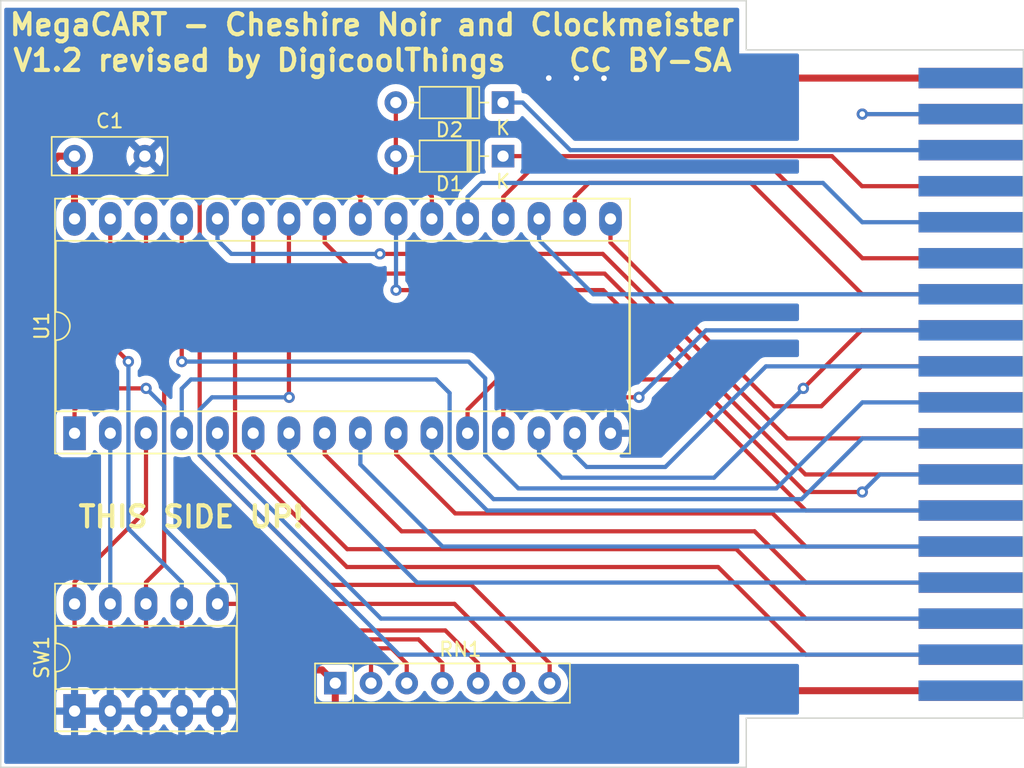
<source format=kicad_pcb>
(kicad_pcb (version 20240108) (generator "pcbnew") (generator_version "8.0")
  (layers (0 "F.Cu" signal) (31 "B.Cu" signal) (34 "B.Paste" user) (35 "F.Paste" user) (36 "B.SilkS" user "B.Silkscreen") (37 "F.SilkS" user "F.Silkscreen") (38 "B.Mask" user) (39 "F.Mask" user) (44 "Edge.Cuts" user))
  (net 0 "")
  (net 1 "GND")
  (net 2 "+5V")
  (net 3 "Net-(D1-K)")
  (net 4 "Net-(D1-A)")
  (net 5 "Net-(D2-K)")
  (net 6 "Net-(E1-A1)")
  (net 7 "Net-(E1-A10)")
  (net 8 "Net-(E1-D2)")
  (net 10 "Net-(E1-_ROM0)")
  (net 12 "Net-(E1-D7)")
  (net 13 "Net-(E1-A4)")
  (net 14 "Net-(E1-D6)")
  (net 17 "Net-(E1-A5)")
  (net 18 "Net-(E1-A2)")
  (net 19 "Net-(E1-A3)")
  (net 20 "Net-(E1-A12)")
  (net 21 "Net-(E1-A9)")
  (net 22 "Net-(E1-A13)")
  (net 23 "Net-(E1-A8)")
  (net 24 "Net-(E1-D0)")
  (net 25 "Net-(E1-D3)")
  (net 26 "Net-(E1-D5)")
  (net 27 "Net-(E1-D1)")
  (net 29 "Net-(E1-A14)")
  (net 31 "Net-(E1-A6)")
  (net 32 "Net-(E1-D4)")
  (net 33 "Net-(E1-A0)")
  (net 34 "Net-(E1-A11)")
  (net 35 "Net-(E1-A7)")
  (net 37 "Net-(RN1-R3)")
  (net 38 "Net-(RN1-R2)")
  (net 39 "Net-(RN1-R5)")
  (net 40 "Net-(RN1-R1)")
  (net 41 "Net-(RN1-R4)")
  (footprint "Diode_THT:D_DO-35_SOD27_P7.62mm_Horizontal" (layer "F.Cu") (at 133.2103 78.74 180)
    (property "Reference" "D2" (at 3.81 -1.9431 0) (layer "F.SilkS"))
    (property "Value" "1N4148")
    (fp_line (start 6.58 0) (end 5.93 0) (stroke (width 0.12)) (layer "F.SilkS"))
    (fp_line (start 5.93 1.12) (end 5.93 -1.12) (stroke (width 0.12)) (layer "F.SilkS"))
    (fp_line (start 5.93 -1.12) (end 1.69 -1.12) (stroke (width 0.12)) (layer "F.SilkS"))
    (fp_line (start 2.53 -1.12) (end 2.53 1.12) (stroke (width 0.12)) (layer "F.SilkS"))
    (fp_line (start 2.41 -1.12) (end 2.41 1.12) (stroke (width 0.12)) (layer "F.SilkS"))
    (fp_line (start 2.29 -1.12) (end 2.29 1.12) (stroke (width 0.12)) (layer "F.SilkS"))
    (fp_line (start 1.69 1.12) (end 5.93 1.12) (stroke (width 0.12)) (layer "F.SilkS"))
    (fp_line (start 1.69 -1.12) (end 1.69 1.12) (stroke (width 0.12)) (layer "F.SilkS"))
    (fp_line (start 1.04 0) (end 1.69 0) (stroke (width 0.12)) (layer "F.SilkS"))
    (fp_text user "K" (at 0 -1.8 0) (layer "F.SilkS"))
    (pad "1" thru_hole rect (at 0 0 180) (size 1.6 1.6) (drill 0.8) (layers "*.Cu" "*.Mask") (net 5 "Net-(D2-K)"))
    (pad "2" thru_hole oval (at 7.62 0 180) (size 1.6 1.6) (drill 0.8) (layers "*.Cu" "*.Mask") (net 4 "Net-(D1-A)"))
  )
  (footprint "WizzardCart:36Edge" (layer "F.Cu") (at 160.5 120.55 90)
    (property "Reference" "E1" (hide yes))
    (property "Value" "36Edge")
    (pad "1" connect rect (at 0 6 90) (size 1.45 7.5) (layers "F.Cu" "F.Mask") (net 2 "+5V"))
    (pad "2" connect rect (at 0 6 90) (size 1.45 7.5) (layers "B.Cu" "B.Mask"))
    (pad "3" connect rect (at 2.561764 6 90) (size 1.45 7.5) (layers "F.Cu" "F.Mask") (net 23 "Net-(E1-A8)"))
    (pad "4" connect rect (at 2.561764 6 90) (size 1.45 7.5) (layers "B.Cu" "B.Mask") (net 21 "Net-(E1-A9)"))
    (pad "5" connect rect (at 5.123528 6 90) (size 1.45 7.5) (layers "F.Cu" "F.Mask") (net 31 "Net-(E1-A6)"))
    (pad "6" connect rect (at 5.123528 6 90) (size 1.45 7.5) (layers "B.Cu" "B.Mask") (net 35 "Net-(E1-A7)"))
    (pad "7" connect rect (at 7.685292 6 90) (size 1.45 7.5) (layers "F.Cu" "F.Mask") (net 13 "Net-(E1-A4)"))
    (pad "8" connect rect (at 7.685292 6 90) (size 1.45 7.5) (layers "B.Cu" "B.Mask") (net 17 "Net-(E1-A5)"))
    (pad "9" connect rect (at 10.247056 6 90) (size 1.45 7.5) (layers "F.Cu" "F.Mask") (net 18 "Net-(E1-A2)"))
    (pad "10" connect rect (at 10.247056 6 90) (size 1.45 7.5) (layers "B.Cu" "B.Mask") (net 19 "Net-(E1-A3)"))
    (pad "11" connect rect (at 12.80882 6 90) (size 1.45 7.5) (layers "F.Cu" "F.Mask") (net 33 "Net-(E1-A0)"))
    (pad "12" connect rect (at 12.80882 6 90) (size 1.45 7.5) (layers "B.Cu" "B.Mask") (net 6 "Net-(E1-A1)"))
    (pad "13" connect rect (at 15.370584 6 90) (size 1.45 7.5) (layers "F.Cu" "F.Mask") (net 34 "Net-(E1-A11)"))
    (pad "14" connect rect (at 15.370584 6 90) (size 1.45 7.5) (layers "B.Cu" "B.Mask") (net 7 "Net-(E1-A10)"))
    (pad "15" connect rect (at 17.932348 6 90) (size 1.45 7.5) (layers "F.Cu" "F.Mask") (net 22 "Net-(E1-A13)"))
    (pad "16" connect rect (at 17.932348 6 90) (size 1.45 7.5) (layers "B.Cu" "B.Mask") (net 20 "Net-(E1-A12)"))
    (pad "17" connect rect (at 20.494112 6 90) (size 1.45 7.5) (layers "F.Cu" "F.Mask"))
    (pad "18" connect rect (at 20.494112 6 90) (size 1.45 7.5) (layers "B.Cu" "B.Mask") (net 29 "Net-(E1-A14)"))
    (pad "19" connect rect (at 23.055876 6 90) (size 1.45 7.5) (layers "F.Cu" "F.Mask") (net 25 "Net-(E1-D3)"))
    (pad "20" connect rect (at 23.055876 6 90) (size 1.45 7.5) (layers "B.Cu" "B.Mask") (net 8 "Net-(E1-D2)"))
    (pad "21" connect rect (at 25.61764 6 90) (size 1.45 7.5) (layers "F.Cu" "F.Mask") (net 27 "Net-(E1-D1)"))
    (pad "22" connect rect (at 25.61764 6 90) (size 1.45 7.5) (layers "B.Cu" "B.Mask") (net 24 "Net-(E1-D0)"))
    (pad "23" connect rect (at 28.179404 6 90) (size 1.45 7.5) (layers "F.Cu" "F.Mask") (net 32 "Net-(E1-D4)"))
    (pad "24" connect rect (at 28.179404 6 90) (size 1.45 7.5) (layers "B.Cu" "B.Mask") (net 26 "Net-(E1-D5)"))
    (pad "25" connect rect (at 30.741168 6 90) (size 1.45 7.5) (layers "F.Cu" "F.Mask") (net 14 "Net-(E1-D6)"))
    (pad "26" connect rect (at 30.741168 6 90) (size 1.45 7.5) (layers "B.Cu" "B.Mask"))
    (pad "27" connect rect (at 33.302932 6 90) (size 1.45 7.5) (layers "F.Cu" "F.Mask"))
    (pad "28" connect rect (at 33.302932 6 90) (size 1.45 7.5) (layers "B.Cu" "B.Mask") (net 12 "Net-(E1-D7)"))
    (pad "29" connect rect (at 35.864696 6 90) (size 1.45 7.5) (layers "F.Cu" "F.Mask") (net 3 "Net-(D1-K)"))
    (pad "30" connect rect (at 35.864696 6 90) (size 1.45 7.5) (layers "B.Cu" "B.Mask"))
    (pad "31" connect rect (at 38.42646 6 90) (size 1.45 7.5) (layers "F.Cu" "F.Mask"))
    (pad "32" connect rect (at 38.42646 6 90) (size 1.45 7.5) (layers "B.Cu" "B.Mask") (net 5 "Net-(D2-K)"))
    (pad "33" connect rect (at 40.988224 6 90) (size 1.45 7.5) (layers "F.Cu" "F.Mask") (net 10 "Net-(E1-_ROM0)"))
    (pad "34" connect rect (at 40.988224 6 90) (size 1.45 7.5) (layers "B.Cu" "B.Mask") (net 10 "Net-(E1-_ROM0)"))
    (pad "35" connect rect (at 43.55 6 90) (size 1.45 7.5) (layers "F.Cu" "F.Mask") (net 1 "GND"))
    (pad "36" connect rect (at 43.55 6 90) (size 1.45 7.5) (layers "B.Cu" "B.Mask"))
  )
  (footprint "Package_DIP:DIP-32_W15.24mm_Socket_LongPads" (layer "F.Cu") (at 102.75 102.25 90)
    (property "Reference" "U1" (at 7.62 -2.33 -90) (layer "F.SilkS"))
    (property "Value" "27C801")
    (fp_line (start 16.68 -1.39) (end -1.44 -1.39) (stroke (width 0.12)) (layer "F.SilkS"))
    (fp_line (start -1.44 -1.39) (end -1.44 39.49) (stroke (width 0.12)) (layer "F.SilkS"))
    (fp_line (start 13.68 -1.33) (end 8.62 -1.33) (stroke (width 0.12)) (layer "F.SilkS"))
    (fp_line (start 6.62 -1.33) (end 1.56 -1.33) (stroke (width 0.12)) (layer "F.SilkS"))
    (fp_line (start 1.56 -1.33) (end 1.56 39.43) (stroke (width 0.12)) (layer "F.SilkS"))
    (fp_line (start 13.68 39.43) (end 13.68 -1.33) (stroke (width 0.12)) (layer "F.SilkS"))
    (fp_line (start 1.56 39.43) (end 13.68 39.43) (stroke (width 0.12)) (layer "F.SilkS"))
    (fp_line (start 16.68 39.49) (end 16.68 -1.39) (stroke (width 0.12)) (layer "F.SilkS"))
    (fp_line (start -1.44 39.49) (end 16.68 39.49) (stroke (width 0.12)) (layer "F.SilkS"))
    (fp_arc (start 8.62 -1.33) (mid 7.62 -0.33) (end 6.62 -1.33) (stroke (width 0.12)) (layer "F.SilkS"))
    (pad "1" thru_hole rect (at 0 0 90) (size 2.4 1.6) (drill 0.8) (layers "*.Cu" "*.Mask") (net 39 "Net-(RN1-R5)"))
    (pad "2" thru_hole oval (at 0 2.54 90) (size 2.4 1.6) (drill 0.8) (layers "*.Cu" "*.Mask") (net 38 "Net-(RN1-R2)"))
    (pad "3" thru_hole oval (at 0 5.08 90) (size 2.4 1.6) (drill 0.8) (layers "*.Cu" "*.Mask") (net 40 "Net-(RN1-R1)"))
    (pad "4" thru_hole oval (at 0 7.62 90) (size 2.4 1.6) (drill 0.8) (layers "*.Cu" "*.Mask") (net 20 "Net-(E1-A12)"))
    (pad "5" thru_hole oval (at 0 10.16 90) (size 2.4 1.6) (drill 0.8) (layers "*.Cu" "*.Mask") (net 35 "Net-(E1-A7)"))
    (pad "6" thru_hole oval (at 0 12.7 90) (size 2.4 1.6) (drill 0.8) (layers "*.Cu" "*.Mask") (net 31 "Net-(E1-A6)"))
    (pad "7" thru_hole oval (at 0 15.24 90) (size 2.4 1.6) (drill 0.8) (layers "*.Cu" "*.Mask") (net 17 "Net-(E1-A5)"))
    (pad "8" thru_hole oval (at 0 17.78 90) (size 2.4 1.6) (drill 0.8) (layers "*.Cu" "*.Mask") (net 13 "Net-(E1-A4)"))
    (pad "9" thru_hole oval (at 0 20.32 90) (size 2.4 1.6) (drill 0.8) (layers "*.Cu" "*.Mask") (net 19 "Net-(E1-A3)"))
    (pad "10" thru_hole oval (at 0 22.86 90) (size 2.4 1.6) (drill 0.8) (layers "*.Cu" "*.Mask") (net 18 "Net-(E1-A2)"))
    (pad "11" thru_hole oval (at 0 25.4 90) (size 2.4 1.6) (drill 0.8) (layers "*.Cu" "*.Mask") (net 6 "Net-(E1-A1)"))
    (pad "12" thru_hole oval (at 0 27.94 90) (size 2.4 1.6) (drill 0.8) (layers "*.Cu" "*.Mask") (net 33 "Net-(E1-A0)"))
    (pad "13" thru_hole oval (at 0 30.48 90) (size 2.4 1.6) (drill 0.8) (layers "*.Cu" "*.Mask") (net 24 "Net-(E1-D0)"))
    (pad "14" thru_hole oval (at 0 33.02 90) (size 2.4 1.6) (drill 0.8) (layers "*.Cu" "*.Mask") (net 27 "Net-(E1-D1)"))
    (pad "15" thru_hole oval (at 0 35.56 90) (size 2.4 1.6) (drill 0.8) (layers "*.Cu" "*.Mask") (net 8 "Net-(E1-D2)"))
    (pad "16" thru_hole oval (at 0 38.1 90) (size 2.4 1.6) (drill 0.8) (layers "*.Cu" "*.Mask") (net 1 "GND"))
    (pad "17" thru_hole oval (at 15.24 38.1 90) (size 2.4 1.6) (drill 0.8) (layers "*.Cu" "*.Mask") (net 25 "Net-(E1-D3)"))
    (pad "18" thru_hole oval (at 15.24 35.56 90) (size 2.4 1.6) (drill 0.8) (layers "*.Cu" "*.Mask") (net 32 "Net-(E1-D4)"))
    (pad "19" thru_hole oval (at 15.24 33.02 90) (size 2.4 1.6) (drill 0.8) (layers "*.Cu" "*.Mask") (net 26 "Net-(E1-D5)"))
    (pad "20" thru_hole oval (at 15.24 30.48 90) (size 2.4 1.6) (drill 0.8) (layers "*.Cu" "*.Mask") (net 14 "Net-(E1-D6)"))
    (pad "21" thru_hole oval (at 15.24 27.94 90) (size 2.4 1.6) (drill 0.8) (layers "*.Cu" "*.Mask") (net 12 "Net-(E1-D7)"))
    (pad "22" thru_hole oval (at 15.24 25.4 90) (size 2.4 1.6) (drill 0.8) (layers "*.Cu" "*.Mask") (net 4 "Net-(D1-A)"))
    (pad "23" thru_hole oval (at 15.24 22.86 90) (size 2.4 1.6) (drill 0.8) (layers "*.Cu" "*.Mask") (net 7 "Net-(E1-A10)"))
    (pad "24" thru_hole oval (at 15.24 20.32 90) (size 2.4 1.6) (drill 0.8) (layers "*.Cu" "*.Mask") (net 4 "Net-(D1-A)"))
    (pad "25" thru_hole oval (at 15.24 17.78 90) (size 2.4 1.6) (drill 0.8) (layers "*.Cu" "*.Mask") (net 34 "Net-(E1-A11)"))
    (pad "26" thru_hole oval (at 15.24 15.24 90) (size 2.4 1.6) (drill 0.8) (layers "*.Cu" "*.Mask") (net 21 "Net-(E1-A9)"))
    (pad "27" thru_hole oval (at 15.24 12.7 90) (size 2.4 1.6) (drill 0.8) (layers "*.Cu" "*.Mask") (net 23 "Net-(E1-A8)"))
    (pad "28" thru_hole oval (at 15.24 10.16 90) (size 2.4 1.6) (drill 0.8) (layers "*.Cu" "*.Mask") (net 22 "Net-(E1-A13)"))
    (pad "29" thru_hole oval (at 15.24 7.62 90) (size 2.4 1.6) (drill 0.8) (layers "*.Cu" "*.Mask") (net 29 "Net-(E1-A14)"))
    (pad "30" thru_hole oval (at 15.24 5.08 90) (size 2.4 1.6) (drill 0.8) (layers "*.Cu" "*.Mask") (net 37 "Net-(RN1-R3)"))
    (pad "31" thru_hole oval (at 15.24 2.54 90) (size 2.4 1.6) (drill 0.8) (layers "*.Cu" "*.Mask") (net 41 "Net-(RN1-R4)"))
    (pad "32" thru_hole oval (at 15.24 0 90) (size 2.4 1.6) (drill 0.8) (layers "*.Cu" "*.Mask") (net 2 "+5V"))
  )
  (footprint "Package_DIP:DIP-10_W7.62mm_Socket_LongPads" (layer "F.Cu") (at 102.75 122 90)
    (property "Reference" "SW1" (at 3.81 -2.33 90) (layer "F.SilkS"))
    (property "Value" "SW_DIP_x05")
    (fp_line (start 9.06 -1.39) (end -1.44 -1.39) (stroke (width 0.12)) (layer "F.SilkS"))
    (fp_line (start -1.44 -1.39) (end -1.44 11.55) (stroke (width 0.12)) (layer "F.SilkS"))
    (fp_line (start 6.06 -1.33) (end 4.81 -1.33) (stroke (width 0.12)) (layer "F.SilkS"))
    (fp_line (start 2.81 -1.33) (end 1.56 -1.33) (stroke (width 0.12)) (layer "F.SilkS"))
    (fp_line (start 1.56 -1.33) (end 1.56 11.49) (stroke (width 0.12)) (layer "F.SilkS"))
    (fp_line (start 6.06 11.49) (end 6.06 -1.33) (stroke (width 0.12)) (layer "F.SilkS"))
    (fp_line (start 1.56 11.49) (end 6.06 11.49) (stroke (width 0.12)) (layer "F.SilkS"))
    (fp_line (start 9.06 11.55) (end 9.06 -1.39) (stroke (width 0.12)) (layer "F.SilkS"))
    (fp_line (start -1.44 11.55) (end 9.06 11.55) (stroke (width 0.12)) (layer "F.SilkS"))
    (fp_arc (start 4.81 -1.33) (mid 3.81 -0.33) (end 2.81 -1.33) (stroke (width 0.12)) (layer "F.SilkS"))
    (pad "1" thru_hole rect (at 0 0 90) (size 2.4 1.6) (drill 0.8) (layers "*.Cu" "*.Mask") (net 1 "GND"))
    (pad "2" thru_hole oval (at 0 2.54 90) (size 2.4 1.6) (drill 0.8) (layers "*.Cu" "*.Mask") (net 1 "GND"))
    (pad "3" thru_hole oval (at 0 5.08 90) (size 2.4 1.6) (drill 0.8) (layers "*.Cu" "*.Mask") (net 1 "GND"))
    (pad "4" thru_hole oval (at 0 7.62 90) (size 2.4 1.6) (drill 0.8) (layers "*.Cu" "*.Mask") (net 1 "GND"))
    (pad "5" thru_hole oval (at 0 10.16 90) (size 2.4 1.6) (drill 0.8) (layers "*.Cu" "*.Mask") (net 1 "GND"))
    (pad "6" thru_hole oval (at 7.62 10.16 90) (size 2.4 1.6) (drill 0.8) (layers "*.Cu" "*.Mask") (net 39 "Net-(RN1-R5)"))
    (pad "7" thru_hole oval (at 7.62 7.62 90) (size 2.4 1.6) (drill 0.8) (layers "*.Cu" "*.Mask") (net 41 "Net-(RN1-R4)"))
    (pad "8" thru_hole oval (at 7.62 5.08 90) (size 2.4 1.6) (drill 0.8) (layers "*.Cu" "*.Mask") (net 37 "Net-(RN1-R3)"))
    (pad "9" thru_hole oval (at 7.62 2.54 90) (size 2.4 1.6) (drill 0.8) (layers "*.Cu" "*.Mask") (net 38 "Net-(RN1-R2)"))
    (pad "10" thru_hole oval (at 7.62 0 90) (size 2.4 1.6) (drill 0.8) (layers "*.Cu" "*.Mask") (net 40 "Net-(RN1-R1)"))
  )
  (footprint "Capacitor_THT:C_Disc_D8.0mm_W2.5mm_P5.00mm" (layer "F.Cu") (at 102.7449 82.55)
    (property "Reference" "C1" (at 2.5 -2.5 0) (layer "F.SilkS"))
    (property "Value" "0.1uF")
    (fp_line (start -1.62 -1.37) (end -1.62 1.37) (stroke (width 0.12)) (layer "F.SilkS"))
    (fp_line (start -1.62 -1.37) (end 6.62 -1.37) (stroke (width 0.12)) (layer "F.SilkS"))
    (fp_line (start -1.62 1.37) (end 6.62 1.37) (stroke (width 0.12)) (layer "F.SilkS"))
    (fp_line (start 6.62 -1.37) (end 6.62 1.37) (stroke (width 0.12)) (layer "F.SilkS"))
    (pad "1" thru_hole circle (at 0 0) (size 1.6 1.6) (drill 0.8) (layers "*.Cu" "*.Mask") (net 2 "+5V"))
    (pad "2" thru_hole circle (at 5 0) (size 1.6 1.6) (drill 0.8) (layers "*.Cu" "*.Mask") (net 1 "GND"))
  )
  (footprint "Diode_THT:D_DO-35_SOD27_P7.62mm_Horizontal" (layer "F.Cu") (at 133.2103 82.55 180)
    (property "Reference" "D1" (at 3.81 -1.9685 0) (layer "F.SilkS"))
    (property "Value" "1N4148")
    (fp_line (start 6.58 0) (end 5.93 0) (stroke (width 0.12)) (layer "F.SilkS"))
    (fp_line (start 5.93 1.12) (end 5.93 -1.12) (stroke (width 0.12)) (layer "F.SilkS"))
    (fp_line (start 5.93 -1.12) (end 1.69 -1.12) (stroke (width 0.12)) (layer "F.SilkS"))
    (fp_line (start 2.53 -1.12) (end 2.53 1.12) (stroke (width 0.12)) (layer "F.SilkS"))
    (fp_line (start 2.41 -1.12) (end 2.41 1.12) (stroke (width 0.12)) (layer "F.SilkS"))
    (fp_line (start 2.29 -1.12) (end 2.29 1.12) (stroke (width 0.12)) (layer "F.SilkS"))
    (fp_line (start 1.69 1.12) (end 5.93 1.12) (stroke (width 0.12)) (layer "F.SilkS"))
    (fp_line (start 1.69 -1.12) (end 1.69 1.12) (stroke (width 0.12)) (layer "F.SilkS"))
    (fp_line (start 1.04 0) (end 1.69 0) (stroke (width 0.12)) (layer "F.SilkS"))
    (fp_text user "K" (at 0 -1.8 0) (layer "F.SilkS"))
    (pad "1" thru_hole rect (at 0 0 180) (size 1.6 1.6) (drill 0.8) (layers "*.Cu" "*.Mask") (net 3 "Net-(D1-K)"))
    (pad "2" thru_hole oval (at 7.62 0 180) (size 1.6 1.6) (drill 0.8) (layers "*.Cu" "*.Mask") (net 4 "Net-(D1-A)"))
  )
  (footprint "Resistor_THT:R_Array_SIP7" (layer "F.Cu") (at 121.285 120.015)
    (property "Reference" "RN1" (at 8.89 -2.4 0) (layer "F.SilkS"))
    (property "Value" "4.7k")
    (fp_line (start -1.44 -1.4) (end -1.44 1.4) (stroke (width 0.12)) (layer "F.SilkS"))
    (fp_line (start -1.44 1.4) (end 16.68 1.4) (stroke (width 0.12)) (layer "F.SilkS"))
    (fp_line (start 1.27 -1.4) (end 1.27 1.4) (stroke (width 0.12)) (layer "F.SilkS"))
    (fp_line (start 16.68 -1.4) (end -1.44 -1.4) (stroke (width 0.12)) (layer "F.SilkS"))
    (fp_line (start 16.68 1.4) (end 16.68 -1.4) (stroke (width 0.12)) (layer "F.SilkS"))
    (pad "1" thru_hole rect (at 0 0) (size 1.6 1.6) (drill 0.8) (layers "*.Cu" "*.Mask") (net 2 "+5V"))
    (pad "2" thru_hole oval (at 2.54 0) (size 1.6 1.6) (drill 0.8) (layers "*.Cu" "*.Mask") (net 40 "Net-(RN1-R1)"))
    (pad "3" thru_hole oval (at 5.08 0) (size 1.6 1.6) (drill 0.8) (layers "*.Cu" "*.Mask") (net 38 "Net-(RN1-R2)"))
    (pad "4" thru_hole oval (at 7.62 0) (size 1.6 1.6) (drill 0.8) (layers "*.Cu" "*.Mask") (net 37 "Net-(RN1-R3)"))
    (pad "5" thru_hole oval (at 10.16 0) (size 1.6 1.6) (drill 0.8) (layers "*.Cu" "*.Mask") (net 41 "Net-(RN1-R4)"))
    (pad "6" thru_hole oval (at 12.7 0) (size 1.6 1.6) (drill 0.8) (layers "*.Cu" "*.Mask") (net 39 "Net-(RN1-R5)"))
    (pad "7" thru_hole oval (at 15.24 0) (size 1.6 1.6) (drill 0.8) (layers "*.Cu" "*.Mask") (net 4 "Net-(D1-A)"))
  )
  (gr_line (start 170.2 122.5) (end 150.5 122.5) (stroke (width 0.1)) (layer "Edge.Cuts"))
  (gr_line (start 150.5 122.5) (end 150.5 126) (stroke (width 0.1)) (layer "Edge.Cuts"))
  (gr_line (start 97.5 126) (end 97.5 71.5) (stroke (width 0.1)) (layer "Edge.Cuts"))
  (gr_line (start 170.2 75) (end 170.2 122.5) (stroke (width 0.1)) (layer "Edge.Cuts"))
  (gr_line (start 150.5 75) (end 170.2 75) (stroke (width 0.1)) (layer "Edge.Cuts"))
  (gr_line (start 97.5 71.5) (end 150.5 71.5) (stroke (width 0.1)) (layer "Edge.Cuts"))
  (gr_line (start 150.5 71.5) (end 150.5 75) (stroke (width 0.1)) (layer "Edge.Cuts"))
  (gr_line (start 150.5 126) (end 97.5 126) (stroke (width 0.1)) (layer "Edge.Cuts"))
  (gr_text "THIS SIDE UP!" (at 102.87 107.315 0) (layer "F.SilkS") (effects (font (size 1.5 1.5) (thickness 0.3)) (justify left top)))
  (gr_text "MegaCART - Cheshire Noir and Clockmeister" (at 97.9805 72.3265 0) (layer "F.SilkS") (effects (font (size 1.5 1.5) (thickness 0.3)) (justify left top)))
  (gr_text "V1.2 revised by DigicoolThings    CC BY-SA" (at 98.2345 74.8665 0) (layer "F.SilkS") (effects (font (size 1.5 1.5) (thickness 0.3) (bold yes)) (justify left top)))
  (segment (start 140.3986 77) (end 140.3858 77.0128) (width 0.5) (layer "F.Cu") (net 1))
  (segment (start 140.3858 77.0128) (end 140.373 77) (width 0.5) (layer "F.Cu") (net 1))
  (segment (start 140.373 77) (end 136.46 77) (width 0.5) (layer "F.Cu") (net 1))
  (segment (start 166.5 77) (end 140.3986 77) (width 0.5) (layer "F.Cu") (net 1))
  (via (at 136.4615 77.0001) (size 0.8) (drill 0.4) (layers "F.Cu" "B.Cu") (net 1))
  (via (at 140.3858 77.0128) (size 0.8) (drill 0.4) (layers "F.Cu" "B.Cu") (net 1))
  (via (at 138.43 77.0001) (size 0.8) (drill 0.4) (layers "F.Cu" "B.Cu") (net 1))
  (segment (start 105.29 122) (end 107.83 122) (width 0.5) (layer "B.Cu") (net 1))
  (segment (start 107.7449 82.55) (end 108.966 81.3289) (width 0.5) (layer "B.Cu") (net 1))
  (segment (start 138.43 77.0001) (end 140.335 77.0001) (width 0.5) (layer "B.Cu") (net 1))
  (segment (start 140.85 100.21) (end 135.2677 94.6277) (width 0.5) (layer "B.Cu") (net 1))
  (segment (start 110.37 122) (end 112.91 122) (width 0.5) (layer "B.Cu") (net 1))
  (segment (start 100.918 122) (end 102.75 122) (width 0.5) (layer "B.Cu") (net 1))
  (segment (start 107.7468 77.0001) (end 103.3399 77.0001) (width 0.5) (layer "B.Cu") (net 1))
  (segment (start 135.2677 94.6277) (end 99.06 94.6277) (width 0.5) (layer "B.Cu") (net 1))
  (segment (start 102.75 122) (end 105.29 122) (width 0.5) (layer "B.Cu") (net 1))
  (segment (start 138.43 77.0001) (end 136.4615 77.0001) (width 0.5) (layer "B.Cu") (net 1))
  (segment (start 140.85 102.25) (end 140.85 100.21) (width 0.5) (layer "B.Cu") (net 1))
  (segment (start 99.06 120.142) (end 100.918 122) (width 0.5) (layer "B.Cu") (net 1))
  (segment (start 99.06 94.6277) (end 99.06 120.142) (width 0.5) (layer "B.Cu") (net 1))
  (segment (start 107.83 122) (end 110.37 122) (width 0.5) (layer "B.Cu") (net 1))
  (segment (start 136.4615 77.0001) (end 107.7468 77.0001) (width 0.5) (layer "B.Cu") (net 1))
  (segment (start 99.06 81.28) (end 99.06 94.6277) (width 0.5) (layer "B.Cu") (net 1))
  (segment (start 108.966 81.3289) (end 108.966 77.0001) (width 0.5) (layer "B.Cu") (net 1))
  (segment (start 103.3399 77.0001) (end 99.06 81.28) (width 0.5) (layer "B.Cu") (net 1))
  (segment (start 108.966 77.0001) (end 107.7468 77.0001) (width 0.5) (layer "B.Cu") (net 1))
  (segment (start 100.2792 115.5192) (end 100.2792 83.8708) (width 0.5) (layer "F.Cu") (net 2))
  (segment (start 141.07 120.55) (end 139.6365 121.9835) (width 0.5) (layer "F.Cu") (net 2))
  (segment (start 121.285 121.5644) (end 121.285 120.015) (width 0.5) (layer "F.Cu") (net 2))
  (segment (start 103.8335 119.0735) (end 100.2792 115.5192) (width 0.5) (layer "F.Cu") (net 2))
  (segment (start 102.7449 82.55) (end 102.7449 87.0049) (width 0.5) (layer "F.Cu") (net 2))
  (segment (start 121.285 120.015) (end 120.3435 119.0735) (width 0.5) (layer "F.Cu") (net 2))
  (segment (start 101.6 82.55) (end 102.7449 82.55) (width 0.5) (layer "F.Cu") (net 2))
  (segment (start 121.7041 121.9835) (end 121.285 121.5644) (width 0.5) (layer "F.Cu") (net 2))
  (segment (start 120.3435 119.0735) (end 103.8335 119.0735) (width 0.5) (layer "F.Cu") (net 2))
  (segment (start 102.7449 87.0049) (end 102.75 87.01) (width 0.5) (layer "F.Cu") (net 2))
  (segment (start 139.6365 121.9835) (end 121.7041 121.9835) (width 0.5) (layer "F.Cu") (net 2))
  (segment (start 166.5 120.55) (end 141.07 120.55) (width 0.5) (layer "F.Cu") (net 2))
  (segment (start 100.2792 83.8708) (end 101.6 82.55) (width 0.5) (layer "F.Cu") (net 2))
  (segment (start 156.591 82.55) (end 133.2103 82.55) (width 0.3) (layer "F.Cu") (net 3))
  (segment (start 158.726304 84.685304) (end 156.591 82.55) (width 0.3) (layer "F.Cu") (net 3))
  (segment (start 166.5 84.685304) (end 158.726304 84.685304) (width 0.3) (layer "F.Cu") (net 3))
  (segment (start 127.254 84.5185) (end 125.5903 84.5185) (width 0.3) (layer "F.Cu") (net 4))
  (segment (start 122.2261 84.582) (end 123.07 85.4259) (width 0.3) (layer "F.Cu") (net 4))
  (segment (start 111.6457 85.471) (end 112.5347 84.582) (width 0.3) (layer "F.Cu") (net 4))
  (segment (start 130.9497 113.03) (end 120.8659 113.03) (width 0.3) (layer "F.Cu") (net 4))
  (segment (start 123.12 86.96) (end 123.07 87.01) (width 0.3) (layer "F.Cu") (net 4))
  (segment (start 128.15 85.4145) (end 127.254 84.5185) (width 0.3) (layer "F.Cu") (net 4))
  (segment (start 123.07 85.4259) (end 123.07 87.01) (width 0.3) (layer "F.Cu") (net 4))
  (segment (start 136.525 120.015) (end 136.525 118.6053) (width 0.3) (layer "F.Cu") (net 4))
  (segment (start 120.8659 113.03) (end 111.6457 103.8098) (width 0.3) (layer "F.Cu") (net 4))
  (segment (start 128.15 87.01) (end 128.15 85.4145) (width 0.3) (layer "F.Cu") (net 4))
  (segment (start 125.5903 82.55) (end 125.5903 84.5185) (width 0.3) (layer "F.Cu") (net 4))
  (segment (start 125.5903 78.74) (end 125.5903 82.55) (width 0.3) (layer "F.Cu") (net 4))
  (segment (start 123.9774 84.5185) (end 123.07 85.4259) (width 0.3) (layer "F.Cu") (net 4))
  (segment (start 111.6457 103.8098) (end 111.6457 85.471) (width 0.3) (layer "F.Cu") (net 4))
  (segment (start 136.525 118.6053) (end 130.9497 113.03) (width 0.3) (layer "F.Cu") (net 4))
  (segment (start 112.5347 84.582) (end 122.2261 84.582) (width 0.3) (layer "F.Cu") (net 4))
  (segment (start 125.5903 84.5185) (end 123.9774 84.5185) (width 0.3) (layer "F.Cu") (net 4))
  (segment (start 128.15 87.01) (end 128.15 86.957955) (width 0.5) (layer "B.Cu") (net 4))
  (segment (start 137.99084 82.12354) (end 134.6073 78.74) (width 0.3) (layer "B.Cu") (net 5))
  (segment (start 134.6073 78.74) (end 133.2103 78.74) (width 0.3) (layer "B.Cu") (net 5))
  (segment (start 166.5 82.12354) (end 137.99084 82.12354) (width 0.3) (layer "B.Cu") (net 5))
  (segment (start 128.15 103.8168) (end 128.15 102.25) (width 0.3) (layer "B.Cu") (net 6))
  (segment (start 166.5 107.74118) (end 132.07438 107.74118) (width 0.3) (layer "B.Cu") (net 6))
  (segment (start 132.07438 107.74118) (end 128.15 103.8168) (width 0.3) (layer "B.Cu") (net 6))
  (segment (start 158.75 106.426) (end 154.686 106.426) (width 0.3) (layer "F.Cu") (net 7))
  (segment (start 154.686 106.426) (end 140.335 92.075) (width 0.3) (layer "F.Cu") (net 7))
  (segment (start 140.335 92.075) (end 125.603 92.075) (width 0.3) (layer "F.Cu") (net 7))
  (via (at 158.75 106.426) (size 0.8) (drill 0.4) (layers "F.Cu" "B.Cu") (net 7))
  (via (at 125.603 92.075) (size 0.8) (drill 0.4) (layers "F.Cu" "B.Cu") (net 7))
  (segment (start 125.603 92.075) (end 125.603 87.017) (width 0.3) (layer "B.Cu") (net 7))
  (segment (start 159.996584 105.179416) (end 166.5 105.179416) (width 0.3) (layer "B.Cu") (net 7))
  (segment (start 158.75 106.426) (end 159.996584 105.179416) (width 0.3) (layer "B.Cu") (net 7))
  (segment (start 125.603 87.017) (end 125.61 87.01) (width 0.3) (layer "B.Cu") (net 7))
  (segment (start 151.902126 97.494124) (end 144.74825 104.648) (width 0.3) (layer "B.Cu") (net 8))
  (segment (start 139.1539 104.648) (end 138.31 103.8041) (width 0.3) (layer "B.Cu") (net 8))
  (segment (start 166.5 97.494124) (end 151.902126 97.494124) (width 0.3) (layer "B.Cu") (net 8))
  (segment (start 138.31 103.8041) (end 138.31 102.25) (width 0.3) (layer "B.Cu") (net 8))
  (segment (start 144.74825 104.648) (end 139.1539 104.648) (width 0.3) (layer "B.Cu") (net 8))
  (segment (start 166.5 79.561776) (end 158.75 79.561776) (width 0.3) (layer "F.Cu") (net 10))
  (via (at 158.75 79.561776) (size 0.8) (drill 0.4) (layers "F.Cu" "B.Cu") (net 10))
  (segment (start 158.75 79.561776) (end 166.5 79.561776) (width 0.3) (layer "B.Cu") (net 10))
  (segment (start 130.69 85.4513) (end 130.69 87.01) (width 0.3) (layer "B.Cu") (net 12))
  (segment (start 155.956 84.455) (end 131.6863 84.455) (width 0.3) (layer "B.Cu") (net 12))
  (segment (start 131.6863 84.455) (end 130.69 85.4513) (width 0.3) (layer "B.Cu") (net 12))
  (segment (start 166.5 87.247068) (end 158.748068 87.247068) (width 0.3) (layer "B.Cu") (net 12))
  (segment (start 158.748068 87.247068) (end 155.956 84.455) (width 0.3) (layer "B.Cu") (net 12))
  (segment (start 120.53 102.25) (end 120.53 103.75) (width 0.3) (layer "F.Cu") (net 13))
  (segment (start 154.736608 112.864708) (end 166.5 112.864708) (width 0.3) (layer "F.Cu") (net 13))
  (segment (start 151.0919 109.22) (end 154.736608 112.864708) (width 0.3) (layer "F.Cu") (net 13))
  (segment (start 120.53 103.75) (end 126 109.22) (width 0.3) (layer "F.Cu") (net 13))
  (segment (start 126 109.22) (end 151.0919 109.22) (width 0.3) (layer "F.Cu") (net 13))
  (segment (start 158.757132 89.808832) (end 152.4508 83.5025) (width 0.3) (layer "F.Cu") (net 14))
  (segment (start 133.23 85.4513) (end 133.23 87.01) (width 0.3) (layer "F.Cu") (net 14))
  (segment (start 166.5 89.808832) (end 158.757132 89.808832) (width 0.3) (layer "F.Cu") (net 14))
  (segment (start 152.4508 83.5025) (end 135.1788 83.5025) (width 0.3) (layer "F.Cu") (net 14))
  (segment (start 135.1788 83.5025) (end 133.23 85.4513) (width 0.3) (layer "F.Cu") (net 14))
  (segment (start 117.99 103.75) (end 117.99 102.25) (width 0.3) (layer "B.Cu") (net 17))
  (segment (start 127.104708 112.864708) (end 117.99 103.75) (width 0.3) (layer "B.Cu") (net 17))
  (segment (start 166.5 112.864708) (end 127.104708 112.864708) (width 0.3) (layer "B.Cu") (net 17))
  (segment (start 152.3746 107.95) (end 129.81 107.95) (width 0.3) (layer "F.Cu") (net 18))
  (segment (start 129.81 107.95) (end 125.61 103.75) (width 0.3) (layer "F.Cu") (net 18))
  (segment (start 154.727544 110.302944) (end 152.3746 107.95) (width 0.3) (layer "F.Cu") (net 18))
  (segment (start 125.61 103.75) (end 125.61 102.25) (width 0.3) (layer "F.Cu") (net 18))
  (segment (start 166.5 110.302944) (end 154.727544 110.302944) (width 0.3) (layer "F.Cu") (net 18))
  (segment (start 166.5 110.302944) (end 128.902954 110.302944) (width 0.3) (layer "B.Cu") (net 19))
  (segment (start 128.902954 110.302944) (end 123.07 104.46999) (width 0.3) (layer "B.Cu") (net 19))
  (segment (start 123.07 104.46999) (end 123.07 102.25) (width 0.3) (layer "B.Cu") (net 19))
  (segment (start 111.0234 98.425) (end 110.37 99.0784) (width 0.3) (layer "B.Cu") (net 20))
  (segment (start 129.413 99.3902) (end 128.4478 98.425) (width 0.3) (layer "B.Cu") (net 20))
  (segment (start 158.748348 102.617652) (end 154.432 106.934) (width 0.3) (layer "B.Cu") (net 20))
  (segment (start 128.4478 98.425) (end 111.0234 98.425) (width 0.3) (layer "B.Cu") (net 20))
  (segment (start 110.37 99.0784) (end 110.37 102.25) (width 0.3) (layer "B.Cu") (net 20))
  (segment (start 132.5372 106.934) (end 129.413 103.8098) (width 0.3) (layer "B.Cu") (net 20))
  (segment (start 166.5 102.617652) (end 158.748348 102.617652) (width 0.3) (layer "B.Cu") (net 20))
  (segment (start 129.413 103.8098) (end 129.413 99.3902) (width 0.3) (layer "B.Cu") (net 20))
  (segment (start 154.432 106.934) (end 132.5372 106.934) (width 0.3) (layer "B.Cu") (net 20))
  (segment (start 117.99 87.01) (end 117.99 99.6766) (width 0.3) (layer "F.Cu") (net 21))
  (segment (start 117.99 99.6766) (end 118.0084 99.695) (width 0.3) (layer "F.Cu") (net 21))
  (via (at 118.0084 99.695) (size 0.8) (drill 0.4) (layers "F.Cu" "B.Cu") (net 21))
  (segment (start 166.5 117.988236) (end 125.824136 117.988236) (width 0.3) (layer "B.Cu") (net 21))
  (segment (start 112.522 99.695) (end 118.0084 99.695) (width 0.3) (layer "B.Cu") (net 21))
  (segment (start 111.6457 103.8098) (end 111.6457 100.5713) (width 0.3) (layer "B.Cu") (net 21))
  (segment (start 111.6457 100.5713) (end 112.522 99.695) (width 0.3) (layer "B.Cu") (net 21))
  (segment (start 125.824136 117.988236) (end 111.6457 103.8098) (width 0.3) (layer "B.Cu") (net 21))
  (segment (start 153.417652 102.617652) (end 166.5 102.617652) (width 0.3) (layer "F.Cu") (net 22))
  (segment (start 124.46 89.5) (end 140.3 89.5) (width 0.3) (layer "F.Cu") (net 22))
  (segment (start 140.3 89.5) (end 153.417652 102.617652) (width 0.3) (layer "F.Cu") (net 22))
  (via (at 124.46 89.5) (size 0.8) (drill 0.4) (layers "F.Cu" "B.Cu") (net 22))
  (segment (start 113.9 89.5) (end 112.91 88.51) (width 0.3) (layer "B.Cu") (net 22))
  (segment (start 124.46 89.5) (end 113.9 89.5) (width 0.3) (layer "B.Cu") (net 22))
  (segment (start 112.91 88.51) (end 112.91 87.01) (width 0.3) (layer "B.Cu") (net 22))
  (segment (start 166.5 117.988236) (end 154.729336 117.988236) (width 0.3) (layer "F.Cu") (net 23))
  (segment (start 114.16001 103.80951) (end 114.16001 94.08999) (width 0.3) (layer "F.Cu") (net 23))
  (segment (start 115.45 92.8) (end 115.45 87.01) (width 0.3) (layer "F.Cu") (net 23))
  (segment (start 148.5011 111.76) (end 122.1105 111.76) (width 0.3) (layer "F.Cu") (net 23))
  (segment (start 122.1105 111.76) (end 114.16001 103.80951) (width 0.3) (layer "F.Cu") (net 23))
  (segment (start 114.16001 94.08999) (end 115.45 92.8) (width 0.3) (layer "F.Cu") (net 23))
  (segment (start 154.729336 117.988236) (end 148.5011 111.76) (width 0.3) (layer "F.Cu") (net 23))
  (segment (start 133.23 102.25) (end 133.23 100.5643) (width 0.3) (layer "F.Cu") (net 24))
  (segment (start 133.23 100.5643) (end 134.0993 99.695) (width 0.3) (layer "F.Cu") (net 24))
  (segment (start 134.0993 99.695) (end 142.875 99.695) (width 0.3) (layer "F.Cu") (net 24))
  (via (at 142.875 99.695) (size 0.8) (drill 0.4) (layers "F.Cu" "B.Cu") (net 24))
  (segment (start 147.63764 94.93236) (end 142.875 99.695) (width 0.3) (layer "B.Cu") (net 24))
  (segment (start 166.5 94.93236) (end 147.63764 94.93236) (width 0.3) (layer "B.Cu") (net 24))
  (segment (start 140.85 88.6911) (end 140.85 87.01) (width 0.3) (layer "F.Cu") (net 25))
  (segment (start 155.837924 100.33) (end 152.4889 100.33) (width 0.3) (layer "F.Cu") (net 25))
  (segment (start 158.6738 97.494124) (end 155.837924 100.33) (width 0.3) (layer "F.Cu") (net 25))
  (segment (start 152.4889 100.33) (end 140.85 88.6911) (width 0.3) (layer "F.Cu") (net 25))
  (segment (start 166.5 97.494124) (end 158.6738 97.494124) (width 0.3) (layer "F.Cu") (net 25))
  (segment (start 166.5 92.370596) (end 139.630596 92.370596) (width 0.3) (layer "B.Cu") (net 26))
  (segment (start 139.630596 92.370596) (end 135.77 88.51) (width 0.3) (layer "B.Cu") (net 26))
  (segment (start 135.77 88.51) (end 135.77 87.01) (width 0.3) (layer "B.Cu") (net 26))
  (segment (start 154.559 99.06) (end 158.68664 94.93236) (width 0.3) (layer "F.Cu") (net 27))
  (segment (start 158.68664 94.93236) (end 166.5 94.93236) (width 0.3) (layer "F.Cu") (net 27))
  (via (at 154.559 99.06) (size 0.8) (drill 0.4) (layers "F.Cu" "B.Cu") (net 27))
  (segment (start 135.77 103.8041) (end 135.77 102.25) (width 0.3) (layer "B.Cu") (net 27))
  (segment (start 137.3759 105.41) (end 135.77 103.8041) (width 0.3) (layer "B.Cu") (net 27))
  (segment (start 148.209 105.41) (end 137.3759 105.41) (width 0.3) (layer "B.Cu") (net 27))
  (segment (start 154.559 99.06) (end 148.209 105.41) (width 0.3) (layer "B.Cu") (net 27))
  (segment (start 110.37 97.1493) (end 110.37 87.01) (width 0.3) (layer "F.Cu") (net 29))
  (segment (start 110.3757 97.155) (end 110.37 97.1493) (width 0.3) (layer "F.Cu") (net 29))
  (via (at 110.3757 97.155) (size 0.8) (drill 0.4) (layers "F.Cu" "B.Cu") (net 29))
  (segment (start 131.94001 98.33581) (end 131.94001 103.80951) (width 0.3) (layer "B.Cu") (net 29))
  (segment (start 130.7592 97.155) (end 131.94001 98.33581) (width 0.3) (layer "B.Cu") (net 29))
  (segment (start 110.3757 97.155) (end 130.7592 97.155) (width 0.3) (layer "B.Cu") (net 29))
  (segment (start 131.94001 103.80951) (end 134.3025 106.172) (width 0.3) (layer "B.Cu") (net 29))
  (segment (start 152.6413 106.172) (end 158.757412 100.055888) (width 0.3) (layer "B.Cu") (net 29))
  (segment (start 158.757412 100.055888) (end 166.5 100.055888) (width 0.3) (layer "B.Cu") (net 29))
  (segment (start 134.3025 106.172) (end 152.6413 106.172) (width 0.3) (layer "B.Cu") (net 29))
  (segment (start 115.45 102.25) (end 115.45 103.80245) (width 0.3) (layer "F.Cu") (net 31))
  (segment (start 115.45 103.80245) (end 122.13755 110.49) (width 0.3) (layer "F.Cu") (net 31))
  (segment (start 149.7965 110.49) (end 154.732972 115.426472) (width 0.3) (layer "F.Cu") (net 31))
  (segment (start 122.13755 110.49) (end 149.7965 110.49) (width 0.3) (layer "F.Cu") (net 31))
  (segment (start 154.732972 115.426472) (end 166.5 115.426472) (width 0.3) (layer "F.Cu") (net 31))
  (segment (start 138.31 85.4513) (end 138.31 87.01) (width 0.3) (layer "F.Cu") (net 32))
  (segment (start 166.5 92.370596) (end 158.740796 92.370596) (width 0.3) (layer "F.Cu") (net 32))
  (segment (start 139.3063 84.455) (end 138.31 85.4513) (width 0.3) (layer "F.Cu") (net 32))
  (segment (start 158.740796 92.370596) (end 150.8252 84.455) (width 0.3) (layer "F.Cu") (net 32))
  (segment (start 150.8252 84.455) (end 139.3063 84.455) (width 0.3) (layer "F.Cu") (net 32))
  (segment (start 130.69 102.25) (end 130.69 100.5643) (width 0.3) (layer "F.Cu") (net 33))
  (segment (start 145.415 98.425) (end 154.73118 107.74118) (width 0.3) (layer "F.Cu") (net 33))
  (segment (start 132.8293 98.425) (end 145.415 98.425) (width 0.3) (layer "F.Cu") (net 33))
  (segment (start 130.69 100.5643) (end 132.8293 98.425) (width 0.3) (layer "F.Cu") (net 33))
  (segment (start 154.73118 107.74118) (end 166.5 107.74118) (width 0.3) (layer "F.Cu") (net 33))
  (segment (start 154.709416 105.179416) (end 166.5 105.179416) (width 0.3) (layer "F.Cu") (net 34))
  (segment (start 122.738899 90.899999) (end 140.429999 90.899999) (width 0.3) (layer "F.Cu") (net 34))
  (segment (start 120.53 88.6911) (end 122.738899 90.899999) (width 0.3) (layer "F.Cu") (net 34))
  (segment (start 140.429999 90.899999) (end 154.709416 105.179416) (width 0.3) (layer "F.Cu") (net 34))
  (segment (start 120.53 87.01) (end 120.53 88.6911) (width 0.3) (layer "F.Cu") (net 34))
  (segment (start 112.91 103.8041) (end 112.91 102.25) (width 0.3) (layer "B.Cu") (net 35))
  (segment (start 124.532372 115.426472) (end 112.91 103.8041) (width 0.3) (layer "B.Cu") (net 35))
  (segment (start 166.5 115.426472) (end 124.532372 115.426472) (width 0.3) (layer "B.Cu") (net 35))
  (segment (start 108.6739 116.9035) (end 127.2032 116.9035) (width 0.3) (layer "F.Cu") (net 37))
  (segment (start 109.11999 94.59119) (end 107.83 93.3012) (width 0.3) (layer "F.Cu") (net 37))
  (segment (start 107.83 116.0596) (end 108.6739 116.9035) (width 0.3) (layer "F.Cu") (net 37))
  (segment (start 107.83 114.38) (end 107.83 112.8452) (width 0.3) (layer "F.Cu") (net 37))
  (segment (start 107.83 112.8452) (end 109.11999 111.55521) (width 0.3) (layer "F.Cu") (net 37))
  (segment (start 109.11999 111.55521) (end 109.11999 94.59119) (width 0.3) (layer "F.Cu") (net 37))
  (segment (start 107.83 93.3012) (end 107.83 87.01) (width 0.3) (layer "F.Cu") (net 37))
  (segment (start 128.905 118.6053) (end 128.905 120.015) (width 0.3) (layer "F.Cu") (net 37))
  (segment (start 127.2032 116.9035) (end 128.905 118.6053) (width 0.3) (layer "F.Cu") (net 37))
  (segment (start 107.83 114.38) (end 107.83 116.0596) (width 0.3) (layer "F.Cu") (net 37))
  (segment (start 105.29 114.38) (end 105.29 116.0596) (width 0.3) (layer "F.Cu") (net 38))
  (segment (start 106.7689 117.5385) (end 125.2855 117.5385) (width 0.3) (layer "F.Cu") (net 38))
  (segment (start 126.365 118.618) (end 126.365 120.015) (width 0.3) (layer "F.Cu") (net 38))
  (segment (start 105.29 116.0596) (end 106.7689 117.5385) (width 0.3) (layer "F.Cu") (net 38))
  (segment (start 125.2855 117.5385) (end 126.365 118.618) (width 0.3) (layer "F.Cu") (net 38))
  (segment (start 105.29 114.38) (end 105.29 102.25) (width 0.3) (layer "B.Cu") (net 38))
  (segment (start 112.91 114.38) (end 129.7597 114.38) (width 0.3) (layer "F.Cu") (net 39))
  (segment (start 133.985 118.6053) (end 133.985 120.015) (width 0.3) (layer "F.Cu") (net 39))
  (segment (start 102.75 100.577) (end 102.75 102.25) (width 0.3) (layer "F.Cu") (net 39))
  (segment (start 104.267 99.06) (end 102.75 100.577) (width 0.3) (layer "F.Cu") (net 39))
  (segment (start 107.8357 99.06) (end 104.267 99.06) (width 0.3) (layer "F.Cu") (net 39))
  (segment (start 129.7597 114.38) (end 133.985 118.6053) (width 0.3) (layer "F.Cu") (net 39))
  (via (at 107.8357 99.06) (size 0.8) (drill 0.4) (layers "F.Cu" "B.Cu") (net 39))
  (segment (start 109.12 100.3443) (end 109.12 109.0311) (width 0.3) (layer "B.Cu") (net 39))
  (segment (start 107.8357 99.06) (end 109.12 100.3443) (width 0.3) (layer "B.Cu") (net 39))
  (segment (start 112.91 112.8211) (end 112.91 114.38) (width 0.3) (layer "B.Cu") (net 39))
  (segment (start 109.12 109.0311) (end 112.91 112.8211) (width 0.3) (layer "B.Cu") (net 39))
  (segment (start 102.75 116.0469) (end 104.8766 118.1735) (width 0.3) (layer "F.Cu") (net 40))
  (segment (start 104.8766 118.1735) (end 123.5075 118.1735) (width 0.3) (layer "F.Cu") (net 40))
  (segment (start 123.5075 118.1735) (end 123.825 118.491) (width 0.3) (layer "F.Cu") (net 40))
  (segment (start 102.75 112.8198) (end 107.83 107.7398) (width 0.3) (layer "F.Cu") (net 40))
  (segment (start 102.75 114.38) (end 102.75 116.0469) (width 0.3) (layer "F.Cu") (net 40))
  (segment (start 102.75 114.38) (end 102.75 112.8198) (width 0.3) (layer "F.Cu") (net 40))
  (segment (start 107.83 107.7398) (end 107.83 102.25) (width 0.3) (layer "F.Cu") (net 40))
  (segment (start 123.825 118.491) (end 123.825 120.015) (width 0.3) (layer "F.Cu") (net 40))
  (segment (start 131.445 118.6053) (end 131.445 120.015) (width 0.3) (layer "F.Cu") (net 41))
  (segment (start 110.5789 116.2685) (end 129.1082 116.2685) (width 0.3) (layer "F.Cu") (net 41))
  (segment (start 110.37 114.38) (end 110.37 116.0596) (width 0.3) (layer "F.Cu") (net 41))
  (segment (start 105.29 87.01) (end 105.29 95.8666) (width 0.3) (layer "F.Cu") (net 41))
  (segment (start 105.29 95.8666) (end 106.5784 97.155) (width 0.3) (layer "F.Cu") (net 41))
  (segment (start 110.37 116.0596) (end 110.5789 116.2685) (width 0.3) (layer "F.Cu") (net 41))
  (segment (start 129.1082 116.2685) (end 131.445 118.6053) (width 0.3) (layer "F.Cu") (net 41))
  (via (at 106.5784 97.155) (size 0.8) (drill 0.4) (layers "F.Cu" "B.Cu") (net 41))
  (segment (start 106.58 109.0438) (end 106.58 97.155) (width 0.3) (layer "B.Cu") (net 41))
  (segment (start 110.37 112.8338) (end 106.58 109.0438) (width 0.3) (layer "B.Cu") (net 41))
  (segment (start 110.37 114.38) (end 110.37 112.8338) (width 0.3) (layer "B.Cu") (net 41))
  (zone (net 1) (net_name "GND") (layer "B.Cu") (connect_pads (clearance 0.508)) (min_thickness 0.254) (fill yes (thermal_gap 0.508) (thermal_bridge_width 0.508))
    (polygon (pts (xy 150 75.25) (xy 154.25 75.25) (xy 154.25 122.25) (xy 150 122.25) (xy 150 125.75) (xy 97.75 125.75) (xy 97.75 72) (xy 150 72)))
  )
)
</source>
